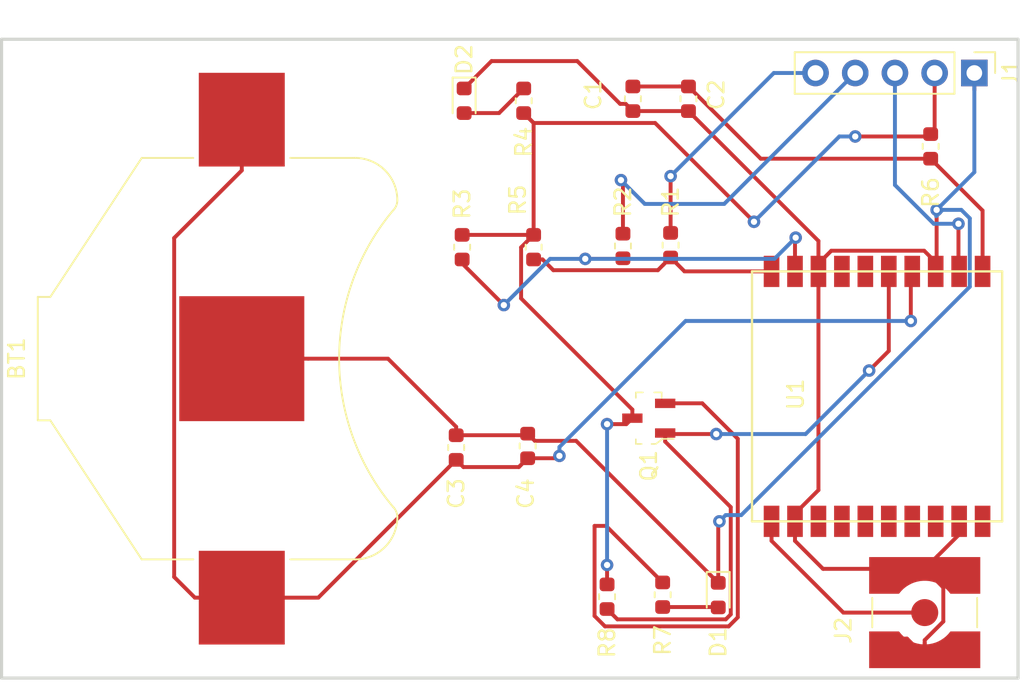
<source format=kicad_pcb>
(kicad_pcb (version 20171130) (host pcbnew "(5.0.0)")

  (general
    (thickness 1.6)
    (drawings 4)
    (tracks 177)
    (zones 0)
    (modules 19)
    (nets 24)
  )

  (page A4)
  (layers
    (0 F.Cu signal)
    (31 B.Cu signal)
    (32 B.Adhes user)
    (33 F.Adhes user)
    (34 B.Paste user)
    (35 F.Paste user)
    (36 B.SilkS user)
    (37 F.SilkS user)
    (38 B.Mask user)
    (39 F.Mask user)
    (40 Dwgs.User user)
    (41 Cmts.User user)
    (42 Eco1.User user)
    (43 Eco2.User user)
    (44 Edge.Cuts user)
    (45 Margin user)
    (46 B.CrtYd user)
    (47 F.CrtYd user)
    (48 B.Fab user)
    (49 F.Fab user)
  )

  (setup
    (last_trace_width 0.25)
    (trace_clearance 0.2)
    (zone_clearance 0.508)
    (zone_45_only no)
    (trace_min 0.2)
    (segment_width 0.2)
    (edge_width 0.2)
    (via_size 0.8)
    (via_drill 0.4)
    (via_min_size 0.4)
    (via_min_drill 0.3)
    (uvia_size 0.3)
    (uvia_drill 0.1)
    (uvias_allowed no)
    (uvia_min_size 0.2)
    (uvia_min_drill 0.1)
    (pcb_text_width 0.3)
    (pcb_text_size 1.5 1.5)
    (mod_edge_width 0.15)
    (mod_text_size 1 1)
    (mod_text_width 0.15)
    (pad_size 1.524 1.524)
    (pad_drill 0.762)
    (pad_to_mask_clearance 0.2)
    (aux_axis_origin 0 0)
    (visible_elements 7FFFFFFF)
    (pcbplotparams
      (layerselection 0x010fc_ffffffff)
      (usegerberextensions false)
      (usegerberattributes false)
      (usegerberadvancedattributes false)
      (creategerberjobfile false)
      (excludeedgelayer true)
      (linewidth 0.100000)
      (plotframeref false)
      (viasonmask false)
      (mode 1)
      (useauxorigin false)
      (hpglpennumber 1)
      (hpglpenspeed 20)
      (hpglpendiameter 15.000000)
      (psnegative false)
      (psa4output false)
      (plotreference true)
      (plotvalue true)
      (plotinvisibletext false)
      (padsonsilk false)
      (subtractmaskfromsilk false)
      (outputformat 1)
      (mirror false)
      (drillshape 1)
      (scaleselection 1)
      (outputdirectory ""))
  )

  (net 0 "")
  (net 1 +3V3)
  (net 2 "Net-(Q1-Pad2)")
  (net 3 "Net-(Q1-Pad1)")
  (net 4 "Net-(U1-Pad20)")
  (net 5 GND)
  (net 6 "Net-(U1-Pad18)")
  (net 7 "Net-(U1-Pad17)")
  (net 8 "Net-(U1-Pad16)")
  (net 9 "Net-(U1-Pad15)")
  (net 10 "Net-(U1-Pad14)")
  (net 11 "Net-(U1-Pad13)")
  (net 12 EX_ANT)
  (net 13 RX)
  (net 14 TX)
  (net 15 "Net-(U1-Pad7)")
  (net 16 "Net-(U1-Pad6)")
  (net 17 "Net-(BT1-Pad1)")
  (net 18 NRESET)
  (net 19 "Net-(C1-Pad1)")
  (net 20 "Net-(D1-Pad2)")
  (net 21 "Net-(J1-Pad5)")
  (net 22 "Net-(J1-Pad4)")
  (net 23 "Net-(D2-Pad2)")

  (net_class Default "This is the default net class."
    (clearance 0.2)
    (trace_width 0.25)
    (via_dia 0.8)
    (via_drill 0.4)
    (uvia_dia 0.3)
    (uvia_drill 0.1)
    (add_net +3V3)
    (add_net EX_ANT)
    (add_net GND)
    (add_net NRESET)
    (add_net "Net-(BT1-Pad1)")
    (add_net "Net-(C1-Pad1)")
    (add_net "Net-(D1-Pad2)")
    (add_net "Net-(D2-Pad2)")
    (add_net "Net-(J1-Pad4)")
    (add_net "Net-(J1-Pad5)")
    (add_net "Net-(Q1-Pad1)")
    (add_net "Net-(Q1-Pad2)")
    (add_net "Net-(U1-Pad13)")
    (add_net "Net-(U1-Pad14)")
    (add_net "Net-(U1-Pad15)")
    (add_net "Net-(U1-Pad16)")
    (add_net "Net-(U1-Pad17)")
    (add_net "Net-(U1-Pad18)")
    (add_net "Net-(U1-Pad20)")
    (add_net "Net-(U1-Pad6)")
    (add_net "Net-(U1-Pad7)")
    (add_net RX)
    (add_net TX)
  )

  (module Battery:BatteryHolder_Keystone_3008_1x2450 (layer F.Cu) (tedit 58972352) (tstamp 5CD3A2BA)
    (at 137.287 101.092 90)
    (descr http://www.keyelco.com/product-pdf.cfm?p=786)
    (tags "Keystone type 3008 coin cell retainer")
    (path /5C49AB75)
    (attr smd)
    (fp_text reference BT1 (at 0 -14.4 90) (layer F.SilkS)
      (effects (font (size 1 1) (thickness 0.15)))
    )
    (fp_text value 3.3V (at 11.557 -10.414 90) (layer F.Fab)
      (effects (font (size 1 1) (thickness 0.15)))
    )
    (fp_text user %R (at 0 0 90) (layer F.Fab)
      (effects (font (size 1 1) (thickness 0.15)))
    )
    (fp_arc (start 0 0) (end 0 12.8) (angle -41.7) (layer F.CrtYd) (width 0.05))
    (fp_arc (start 0 21) (end 9.15 10.05) (angle -3.2) (layer F.CrtYd) (width 0.05))
    (fp_arc (start 0 0) (end 0 12.8) (angle 41.7) (layer F.CrtYd) (width 0.05))
    (fp_arc (start 0 21) (end -9.15 10.05) (angle 3.2) (layer F.CrtYd) (width 0.05))
    (fp_arc (start 10.15 9) (end 10.15 10.45) (angle 45) (layer F.CrtYd) (width 0.05))
    (fp_arc (start -10.15 9) (end -10.15 10.45) (angle -45) (layer F.CrtYd) (width 0.05))
    (fp_arc (start 10.15 7.25) (end 10.15 10.45) (angle -90) (layer F.CrtYd) (width 0.05))
    (fp_arc (start -10.15 7.25) (end -10.15 10.45) (angle 90) (layer F.CrtYd) (width 0.05))
    (fp_arc (start 0 21) (end -9.55 9.73) (angle 80) (layer F.SilkS) (width 0.12))
    (fp_arc (start 10.15 9) (end 10.15 9.95) (angle 45) (layer F.SilkS) (width 0.12))
    (fp_arc (start -10.15 9) (end -10.15 9.95) (angle -45) (layer F.SilkS) (width 0.12))
    (fp_arc (start 10.15 9) (end 10.15 9.8) (angle 45) (layer F.Fab) (width 0.1))
    (fp_arc (start -10.15 9) (end -10.15 9.8) (angle -45) (layer F.Fab) (width 0.1))
    (fp_arc (start 0 21) (end -9.6 9.58) (angle 80) (layer F.Fab) (width 0.1))
    (fp_arc (start -10.15 7.25) (end -10.15 9.95) (angle 90) (layer F.SilkS) (width 0.12))
    (fp_arc (start 10.15 7.25) (end 10.15 9.95) (angle -90) (layer F.SilkS) (width 0.12))
    (fp_line (start 12.85 3.1) (end 12.85 7.3) (layer F.SilkS) (width 0.12))
    (fp_line (start -12.85 3.1) (end -12.85 7.3) (layer F.SilkS) (width 0.12))
    (fp_line (start 13.35 3.25) (end 13.35 7.3) (layer F.CrtYd) (width 0.05))
    (fp_arc (start 10.15 7.25) (end 10.15 9.8) (angle -90) (layer F.Fab) (width 0.1))
    (fp_arc (start -10.15 7.25) (end -10.15 9.8) (angle 90) (layer F.Fab) (width 0.1))
    (fp_circle (center 0 0) (end 12.25 0) (layer Dwgs.User) (width 0.15))
    (fp_line (start 4.45 -13.55) (end 4.45 -12.55) (layer F.CrtYd) (width 0.05))
    (fp_line (start -4.45 -13.55) (end 4.45 -13.55) (layer F.CrtYd) (width 0.05))
    (fp_line (start -4.45 -13.55) (end -4.45 -12.55) (layer F.CrtYd) (width 0.05))
    (fp_line (start 4.45 -12.55) (end 13.35 -6.7) (layer F.CrtYd) (width 0.05))
    (fp_line (start 13.35 -6.7) (end 13.35 -3.25) (layer F.CrtYd) (width 0.05))
    (fp_line (start 18.8 3.25) (end 13.35 3.25) (layer F.CrtYd) (width 0.05))
    (fp_line (start 18.8 -3.25) (end 18.8 3.25) (layer F.CrtYd) (width 0.05))
    (fp_line (start 13.35 -3.25) (end 18.8 -3.25) (layer F.CrtYd) (width 0.05))
    (fp_line (start -4.45 -12.55) (end -13.35 -6.7) (layer F.CrtYd) (width 0.05))
    (fp_line (start -18.8 -3.25) (end -18.8 3.25) (layer F.CrtYd) (width 0.05))
    (fp_line (start -18.8 3.25) (end -13.35 3.25) (layer F.CrtYd) (width 0.05))
    (fp_line (start -13.35 3.25) (end -13.35 7.3) (layer F.CrtYd) (width 0.05))
    (fp_line (start -13.35 -3.25) (end -18.8 -3.25) (layer F.CrtYd) (width 0.05))
    (fp_line (start -13.35 -6.7) (end -13.35 -3.25) (layer F.CrtYd) (width 0.05))
    (fp_line (start 12.85 -6.4) (end 12.85 -3.1) (layer F.SilkS) (width 0.12))
    (fp_line (start 3.95 -12.25) (end 12.85 -6.4) (layer F.SilkS) (width 0.12))
    (fp_line (start 3.95 -13.05) (end 3.95 -12.25) (layer F.SilkS) (width 0.12))
    (fp_line (start -3.95 -13.05) (end 3.95 -13.05) (layer F.SilkS) (width 0.12))
    (fp_line (start -3.95 -13.05) (end -3.95 -12.25) (layer F.SilkS) (width 0.12))
    (fp_line (start -3.95 -12.25) (end -12.85 -6.4) (layer F.SilkS) (width 0.12))
    (fp_line (start -12.85 -6.4) (end -12.85 -3.1) (layer F.SilkS) (width 0.12))
    (fp_line (start 3.8 -12.2) (end 12.7 -6.35) (layer F.Fab) (width 0.1))
    (fp_line (start 12.7 -6.35) (end 12.7 7.3) (layer F.Fab) (width 0.1))
    (fp_line (start -3.8 -12.2) (end -12.7 -6.35) (layer F.Fab) (width 0.1))
    (fp_line (start -12.7 -6.35) (end -12.7 7.3) (layer F.Fab) (width 0.1))
    (fp_line (start -3.8 -12.9) (end -3.8 -12.2) (layer F.Fab) (width 0.1))
    (fp_line (start 3.8 -12.9) (end 3.8 -12.2) (layer F.Fab) (width 0.1))
    (fp_line (start -3.8 -12.9) (end 3.8 -12.9) (layer F.Fab) (width 0.1))
    (pad 1 smd rect (at -15.3 0 90) (size 6 5.5) (layers F.Cu F.Paste F.Mask)
      (net 17 "Net-(BT1-Pad1)"))
    (pad 1 smd rect (at 15.3 0 90) (size 6 5.5) (layers F.Cu F.Paste F.Mask)
      (net 17 "Net-(BT1-Pad1)"))
    (pad 2 smd rect (at 0 0 90) (size 8 8) (layers F.Cu F.Mask)
      (net 5 GND))
    (model ${KISYS3DMOD}/Battery.3dshapes/BatteryHolder_Keystone_3008_1x2450.wrl
      (at (xyz 0 0 0))
      (scale (xyz 1 1 1))
      (rotate (xyz 0 0 0))
    )
  )

  (module Capacitor_SMD:C_0603_1608Metric (layer F.Cu) (tedit 5B301BBE) (tstamp 5CD3A228)
    (at 165.862 84.455 270)
    (descr "Capacitor SMD 0603 (1608 Metric), square (rectangular) end terminal, IPC_7351 nominal, (Body size source: http://www.tortai-tech.com/upload/download/2011102023233369053.pdf), generated with kicad-footprint-generator")
    (tags capacitor)
    (path /5BF70D2D)
    (attr smd)
    (fp_text reference C2 (at -0.254 -1.778 270) (layer F.SilkS)
      (effects (font (size 1 1) (thickness 0.15)))
    )
    (fp_text value 0.01u (at -3.7845 0 270) (layer F.Fab)
      (effects (font (size 1 1) (thickness 0.15)))
    )
    (fp_text user %R (at 0 0 270) (layer F.Fab)
      (effects (font (size 0.4 0.4) (thickness 0.06)))
    )
    (fp_line (start 1.48 0.73) (end -1.48 0.73) (layer F.CrtYd) (width 0.05))
    (fp_line (start 1.48 -0.73) (end 1.48 0.73) (layer F.CrtYd) (width 0.05))
    (fp_line (start -1.48 -0.73) (end 1.48 -0.73) (layer F.CrtYd) (width 0.05))
    (fp_line (start -1.48 0.73) (end -1.48 -0.73) (layer F.CrtYd) (width 0.05))
    (fp_line (start -0.162779 0.51) (end 0.162779 0.51) (layer F.SilkS) (width 0.12))
    (fp_line (start -0.162779 -0.51) (end 0.162779 -0.51) (layer F.SilkS) (width 0.12))
    (fp_line (start 0.8 0.4) (end -0.8 0.4) (layer F.Fab) (width 0.1))
    (fp_line (start 0.8 -0.4) (end 0.8 0.4) (layer F.Fab) (width 0.1))
    (fp_line (start -0.8 -0.4) (end 0.8 -0.4) (layer F.Fab) (width 0.1))
    (fp_line (start -0.8 0.4) (end -0.8 -0.4) (layer F.Fab) (width 0.1))
    (pad 2 smd roundrect (at 0.7875 0 270) (size 0.875 0.95) (layers F.Cu F.Paste F.Mask) (roundrect_rratio 0.25)
      (net 5 GND))
    (pad 1 smd roundrect (at -0.7875 0 270) (size 0.875 0.95) (layers F.Cu F.Paste F.Mask) (roundrect_rratio 0.25)
      (net 19 "Net-(C1-Pad1)"))
    (model ${KISYS3DMOD}/Capacitor_SMD.3dshapes/C_0603_1608Metric.wrl
      (at (xyz 0 0 0))
      (scale (xyz 1 1 1))
      (rotate (xyz 0 0 0))
    )
  )

  (module Capacitor_SMD:C_0603_1608Metric (layer F.Cu) (tedit 5B301BBE) (tstamp 5CD3BC34)
    (at 155.575 106.68 90)
    (descr "Capacitor SMD 0603 (1608 Metric), square (rectangular) end terminal, IPC_7351 nominal, (Body size source: http://www.tortai-tech.com/upload/download/2011102023233369053.pdf), generated with kicad-footprint-generator")
    (tags capacitor)
    (path /5C4999D4)
    (attr smd)
    (fp_text reference C4 (at -3.048 -0.127 90) (layer F.SilkS)
      (effects (font (size 1 1) (thickness 0.15)))
    )
    (fp_text value 0.1u (at 3.683 0 90) (layer F.Fab)
      (effects (font (size 1 1) (thickness 0.15)))
    )
    (fp_line (start -0.8 0.4) (end -0.8 -0.4) (layer F.Fab) (width 0.1))
    (fp_line (start -0.8 -0.4) (end 0.8 -0.4) (layer F.Fab) (width 0.1))
    (fp_line (start 0.8 -0.4) (end 0.8 0.4) (layer F.Fab) (width 0.1))
    (fp_line (start 0.8 0.4) (end -0.8 0.4) (layer F.Fab) (width 0.1))
    (fp_line (start -0.162779 -0.51) (end 0.162779 -0.51) (layer F.SilkS) (width 0.12))
    (fp_line (start -0.162779 0.51) (end 0.162779 0.51) (layer F.SilkS) (width 0.12))
    (fp_line (start -1.48 0.73) (end -1.48 -0.73) (layer F.CrtYd) (width 0.05))
    (fp_line (start -1.48 -0.73) (end 1.48 -0.73) (layer F.CrtYd) (width 0.05))
    (fp_line (start 1.48 -0.73) (end 1.48 0.73) (layer F.CrtYd) (width 0.05))
    (fp_line (start 1.48 0.73) (end -1.48 0.73) (layer F.CrtYd) (width 0.05))
    (fp_text user %R (at 0 0 90) (layer F.Fab)
      (effects (font (size 0.4 0.4) (thickness 0.06)))
    )
    (pad 1 smd roundrect (at -0.7875 0 90) (size 0.875 0.95) (layers F.Cu F.Paste F.Mask) (roundrect_rratio 0.25)
      (net 17 "Net-(BT1-Pad1)"))
    (pad 2 smd roundrect (at 0.7875 0 90) (size 0.875 0.95) (layers F.Cu F.Paste F.Mask) (roundrect_rratio 0.25)
      (net 5 GND))
    (model ${KISYS3DMOD}/Capacitor_SMD.3dshapes/C_0603_1608Metric.wrl
      (at (xyz 0 0 0))
      (scale (xyz 1 1 1))
      (rotate (xyz 0 0 0))
    )
  )

  (module Capacitor_SMD:C_0603_1608Metric (layer F.Cu) (tedit 5B301BBE) (tstamp 5CD3B497)
    (at 162.306 84.455 270)
    (descr "Capacitor SMD 0603 (1608 Metric), square (rectangular) end terminal, IPC_7351 nominal, (Body size source: http://www.tortai-tech.com/upload/download/2011102023233369053.pdf), generated with kicad-footprint-generator")
    (tags capacitor)
    (path /5BF70D7B)
    (attr smd)
    (fp_text reference C1 (at -0.254 2.54 270) (layer F.SilkS)
      (effects (font (size 1 1) (thickness 0.15)))
    )
    (fp_text value 1u (at -2.7685 0.127 270) (layer F.Fab)
      (effects (font (size 1 1) (thickness 0.15)))
    )
    (fp_text user %R (at 0 0 270) (layer F.Fab)
      (effects (font (size 0.4 0.4) (thickness 0.06)))
    )
    (fp_line (start 1.48 0.73) (end -1.48 0.73) (layer F.CrtYd) (width 0.05))
    (fp_line (start 1.48 -0.73) (end 1.48 0.73) (layer F.CrtYd) (width 0.05))
    (fp_line (start -1.48 -0.73) (end 1.48 -0.73) (layer F.CrtYd) (width 0.05))
    (fp_line (start -1.48 0.73) (end -1.48 -0.73) (layer F.CrtYd) (width 0.05))
    (fp_line (start -0.162779 0.51) (end 0.162779 0.51) (layer F.SilkS) (width 0.12))
    (fp_line (start -0.162779 -0.51) (end 0.162779 -0.51) (layer F.SilkS) (width 0.12))
    (fp_line (start 0.8 0.4) (end -0.8 0.4) (layer F.Fab) (width 0.1))
    (fp_line (start 0.8 -0.4) (end 0.8 0.4) (layer F.Fab) (width 0.1))
    (fp_line (start -0.8 -0.4) (end 0.8 -0.4) (layer F.Fab) (width 0.1))
    (fp_line (start -0.8 0.4) (end -0.8 -0.4) (layer F.Fab) (width 0.1))
    (pad 2 smd roundrect (at 0.7875 0 270) (size 0.875 0.95) (layers F.Cu F.Paste F.Mask) (roundrect_rratio 0.25)
      (net 5 GND))
    (pad 1 smd roundrect (at -0.7875 0 270) (size 0.875 0.95) (layers F.Cu F.Paste F.Mask) (roundrect_rratio 0.25)
      (net 19 "Net-(C1-Pad1)"))
    (model ${KISYS3DMOD}/Capacitor_SMD.3dshapes/C_0603_1608Metric.wrl
      (at (xyz 0 0 0))
      (scale (xyz 1 1 1))
      (rotate (xyz 0 0 0))
    )
  )

  (module Capacitor_SMD:C_0603_1608Metric (layer F.Cu) (tedit 5B301BBE) (tstamp 5CD3A33C)
    (at 151.003 106.7815 90)
    (descr "Capacitor SMD 0603 (1608 Metric), square (rectangular) end terminal, IPC_7351 nominal, (Body size source: http://www.tortai-tech.com/upload/download/2011102023233369053.pdf), generated with kicad-footprint-generator")
    (tags capacitor)
    (path /5BF7059E)
    (attr smd)
    (fp_text reference C3 (at -2.9465 0 90) (layer F.SilkS)
      (effects (font (size 1 1) (thickness 0.15)))
    )
    (fp_text value 1u (at 3.1495 -0.127 90) (layer F.Fab)
      (effects (font (size 1 1) (thickness 0.15)))
    )
    (fp_line (start -0.8 0.4) (end -0.8 -0.4) (layer F.Fab) (width 0.1))
    (fp_line (start -0.8 -0.4) (end 0.8 -0.4) (layer F.Fab) (width 0.1))
    (fp_line (start 0.8 -0.4) (end 0.8 0.4) (layer F.Fab) (width 0.1))
    (fp_line (start 0.8 0.4) (end -0.8 0.4) (layer F.Fab) (width 0.1))
    (fp_line (start -0.162779 -0.51) (end 0.162779 -0.51) (layer F.SilkS) (width 0.12))
    (fp_line (start -0.162779 0.51) (end 0.162779 0.51) (layer F.SilkS) (width 0.12))
    (fp_line (start -1.48 0.73) (end -1.48 -0.73) (layer F.CrtYd) (width 0.05))
    (fp_line (start -1.48 -0.73) (end 1.48 -0.73) (layer F.CrtYd) (width 0.05))
    (fp_line (start 1.48 -0.73) (end 1.48 0.73) (layer F.CrtYd) (width 0.05))
    (fp_line (start 1.48 0.73) (end -1.48 0.73) (layer F.CrtYd) (width 0.05))
    (fp_text user %R (at 0 0 90) (layer F.Fab)
      (effects (font (size 0.4 0.4) (thickness 0.06)))
    )
    (pad 1 smd roundrect (at -0.7875 0 90) (size 0.875 0.95) (layers F.Cu F.Paste F.Mask) (roundrect_rratio 0.25)
      (net 17 "Net-(BT1-Pad1)"))
    (pad 2 smd roundrect (at 0.7875 0 90) (size 0.875 0.95) (layers F.Cu F.Paste F.Mask) (roundrect_rratio 0.25)
      (net 5 GND))
    (model ${KISYS3DMOD}/Capacitor_SMD.3dshapes/C_0603_1608Metric.wrl
      (at (xyz 0 0 0))
      (scale (xyz 1 1 1))
      (rotate (xyz 0 0 0))
    )
  )

  (module Connector_Coaxial:SMA_Amphenol_132134-10_Vertical (layer F.Cu) (tedit 5B2F4C50) (tstamp 5CD3A25B)
    (at 180.975 117.348)
    (descr https://www.amphenolrf.com/downloads/dl/file/id/4007/product/2974/132134_10_customer_drawing.pdf)
    (tags "SMA SMD Female Jack Vertical")
    (path /5C4EA853)
    (attr smd)
    (fp_text reference J2 (at -5.207 1.143 90) (layer F.SilkS)
      (effects (font (size 1 1) (thickness 0.15)))
    )
    (fp_text value Conn_Coaxial (at 0 4.75) (layer F.Fab)
      (effects (font (size 1 1) (thickness 0.15)))
    )
    (fp_text user %R (at 0 0) (layer F.Fab)
      (effects (font (size 1 1) (thickness 0.15)))
    )
    (fp_line (start 4.06 4.06) (end -4.06 4.06) (layer F.CrtYd) (width 0.05))
    (fp_line (start 4.06 4.06) (end 4.06 -4.06) (layer F.CrtYd) (width 0.05))
    (fp_line (start -4.06 -4.06) (end -4.06 4.06) (layer F.CrtYd) (width 0.05))
    (fp_line (start -4.06 -4.06) (end 4.06 -4.06) (layer F.CrtYd) (width 0.05))
    (fp_line (start -3.175 -3.175) (end 3.175 -3.175) (layer F.Fab) (width 0.1))
    (fp_line (start -3.175 -3.175) (end -3.175 3.175) (layer F.Fab) (width 0.1))
    (fp_line (start -3.175 3.175) (end 3.175 3.175) (layer F.Fab) (width 0.1))
    (fp_line (start 3.175 -3.175) (end 3.175 3.175) (layer F.Fab) (width 0.1))
    (fp_line (start -3.355 -0.94) (end -3.355 0.94) (layer F.SilkS) (width 0.12))
    (fp_line (start 3.355 -0.94) (end 3.355 0.94) (layer F.SilkS) (width 0.12))
    (fp_circle (center 0 0) (end 2.04 0) (layer Dwgs.User) (width 0.1))
    (fp_circle (center 0 0) (end 3.175 0) (layer F.Fab) (width 0.1))
    (pad 1 smd circle (at 0 0 90) (size 1.73 1.73) (layers F.Cu F.Paste F.Mask)
      (net 12 EX_ANT))
    (pad 2 smd custom (at 0 2.8) (size 7.11 1.51) (layers F.Cu F.Paste F.Mask)
      (net 5 GND) (zone_connect 2)
      (options (clearance outline) (anchor rect))
      (primitives
        (gr_poly (pts
           (xy -1.645 -1.595) (xy -1.5 -1.42) (xy -1.36 -1.28) (xy -1.205 -1.155) (xy -1.035 -1.045)
           (xy -0.86 -0.95) (xy -0.675 -0.875) (xy -0.48 -0.82) (xy -0.28 -0.78) (xy -0.085 -0.765)
           (xy 0 -0.765) (xy 0 0.755) (xy -3.555 0.755) (xy -3.555 -1.595)) (width 0))
        (gr_poly (pts
           (xy 1.645 -1.595) (xy 1.5 -1.42) (xy 1.36 -1.28) (xy 1.205 -1.155) (xy 1.035 -1.045)
           (xy 0.86 -0.95) (xy 0.675 -0.875) (xy 0.48 -0.82) (xy 0.28 -0.78) (xy 0.085 -0.765)
           (xy 0 -0.765) (xy 0 0.755) (xy 3.555 0.755) (xy 3.555 -1.595)) (width 0))
      ))
    (pad 2 smd custom (at 0 -2.8 180) (size 7.11 1.51) (layers F.Cu F.Paste F.Mask)
      (net 5 GND) (zone_connect 2)
      (options (clearance outline) (anchor rect))
      (primitives
        (gr_poly (pts
           (xy -1.645 -1.595) (xy -1.5 -1.42) (xy -1.36 -1.28) (xy -1.205 -1.155) (xy -1.035 -1.045)
           (xy -0.86 -0.95) (xy -0.675 -0.875) (xy -0.48 -0.82) (xy -0.28 -0.78) (xy -0.085 -0.765)
           (xy 0 -0.765) (xy 0 0.755) (xy -3.555 0.755) (xy -3.555 -1.595)) (width 0))
        (gr_poly (pts
           (xy 1.645 -1.595) (xy 1.5 -1.42) (xy 1.36 -1.28) (xy 1.205 -1.155) (xy 1.035 -1.045)
           (xy 0.86 -0.95) (xy 0.675 -0.875) (xy 0.48 -0.82) (xy 0.28 -0.78) (xy 0.085 -0.765)
           (xy 0 -0.765) (xy 0 0.755) (xy 3.555 0.755) (xy 3.555 -1.595)) (width 0))
      ))
    (model ${KISYS3DMOD}/Connector_Coaxial.3dshapes/SMA_Amphenol_132134-10_Vertical.wrl
      (at (xyz 0 0 0))
      (scale (xyz 1 1 1))
      (rotate (xyz 0 0 0))
    )
  )

  (module Connector_PinHeader_2.54mm:PinHeader_1x05_P2.54mm_Vertical (layer F.Cu) (tedit 59FED5CC) (tstamp 5CD3A1B8)
    (at 184.15 82.804 270)
    (descr "Through hole straight pin header, 1x05, 2.54mm pitch, single row")
    (tags "Through hole pin header THT 1x05 2.54mm single row")
    (path /5C4E7715)
    (fp_text reference J1 (at 0 -2.33 270) (layer F.SilkS)
      (effects (font (size 1 1) (thickness 0.15)))
    )
    (fp_text value Conn_01x05 (at 0 12.49 270) (layer F.Fab)
      (effects (font (size 1 1) (thickness 0.15)))
    )
    (fp_line (start -0.635 -1.27) (end 1.27 -1.27) (layer F.Fab) (width 0.1))
    (fp_line (start 1.27 -1.27) (end 1.27 11.43) (layer F.Fab) (width 0.1))
    (fp_line (start 1.27 11.43) (end -1.27 11.43) (layer F.Fab) (width 0.1))
    (fp_line (start -1.27 11.43) (end -1.27 -0.635) (layer F.Fab) (width 0.1))
    (fp_line (start -1.27 -0.635) (end -0.635 -1.27) (layer F.Fab) (width 0.1))
    (fp_line (start -1.33 11.49) (end 1.33 11.49) (layer F.SilkS) (width 0.12))
    (fp_line (start -1.33 1.27) (end -1.33 11.49) (layer F.SilkS) (width 0.12))
    (fp_line (start 1.33 1.27) (end 1.33 11.49) (layer F.SilkS) (width 0.12))
    (fp_line (start -1.33 1.27) (end 1.33 1.27) (layer F.SilkS) (width 0.12))
    (fp_line (start -1.33 0) (end -1.33 -1.33) (layer F.SilkS) (width 0.12))
    (fp_line (start -1.33 -1.33) (end 0 -1.33) (layer F.SilkS) (width 0.12))
    (fp_line (start -1.8 -1.8) (end -1.8 11.95) (layer F.CrtYd) (width 0.05))
    (fp_line (start -1.8 11.95) (end 1.8 11.95) (layer F.CrtYd) (width 0.05))
    (fp_line (start 1.8 11.95) (end 1.8 -1.8) (layer F.CrtYd) (width 0.05))
    (fp_line (start 1.8 -1.8) (end -1.8 -1.8) (layer F.CrtYd) (width 0.05))
    (fp_text user %R (at 0 5.08) (layer F.Fab)
      (effects (font (size 1 1) (thickness 0.15)))
    )
    (pad 1 thru_hole rect (at 0 0 270) (size 1.7 1.7) (drill 1) (layers *.Cu *.Mask)
      (net 5 GND))
    (pad 2 thru_hole oval (at 0 2.54 270) (size 1.7 1.7) (drill 1) (layers *.Cu *.Mask)
      (net 1 +3V3))
    (pad 3 thru_hole oval (at 0 5.08 270) (size 1.7 1.7) (drill 1) (layers *.Cu *.Mask)
      (net 18 NRESET))
    (pad 4 thru_hole oval (at 0 7.62 270) (size 1.7 1.7) (drill 1) (layers *.Cu *.Mask)
      (net 22 "Net-(J1-Pad4)"))
    (pad 5 thru_hole oval (at 0 10.16 270) (size 1.7 1.7) (drill 1) (layers *.Cu *.Mask)
      (net 21 "Net-(J1-Pad5)"))
    (model ${KISYS3DMOD}/Connector_PinHeader_2.54mm.3dshapes/PinHeader_1x05_P2.54mm_Vertical.wrl
      (at (xyz 0 0 0))
      (scale (xyz 1 1 1))
      (rotate (xyz 0 0 0))
    )
  )

  (module Diode_SMD:D_0603_1608Metric (layer F.Cu) (tedit 5B301BBE) (tstamp 5CD3A39E)
    (at 151.511 84.582 270)
    (descr "Diode SMD 0603 (1608 Metric), square (rectangular) end terminal, IPC_7351 nominal, (Body size source: http://www.tortai-tech.com/upload/download/2011102023233369053.pdf), generated with kicad-footprint-generator")
    (tags diode)
    (path /5C48F671)
    (attr smd)
    (fp_text reference D2 (at -2.6415 0 270) (layer F.SilkS)
      (effects (font (size 1 1) (thickness 0.15)))
    )
    (fp_text value LED (at 3.0735 0 270) (layer F.Fab)
      (effects (font (size 1 1) (thickness 0.15)))
    )
    (fp_text user %R (at 0 0 270) (layer F.Fab)
      (effects (font (size 0.4 0.4) (thickness 0.06)))
    )
    (fp_line (start 1.48 0.73) (end -1.48 0.73) (layer F.CrtYd) (width 0.05))
    (fp_line (start 1.48 -0.73) (end 1.48 0.73) (layer F.CrtYd) (width 0.05))
    (fp_line (start -1.48 -0.73) (end 1.48 -0.73) (layer F.CrtYd) (width 0.05))
    (fp_line (start -1.48 0.73) (end -1.48 -0.73) (layer F.CrtYd) (width 0.05))
    (fp_line (start -1.485 0.735) (end 0.8 0.735) (layer F.SilkS) (width 0.12))
    (fp_line (start -1.485 -0.735) (end -1.485 0.735) (layer F.SilkS) (width 0.12))
    (fp_line (start 0.8 -0.735) (end -1.485 -0.735) (layer F.SilkS) (width 0.12))
    (fp_line (start 0.8 0.4) (end 0.8 -0.4) (layer F.Fab) (width 0.1))
    (fp_line (start -0.8 0.4) (end 0.8 0.4) (layer F.Fab) (width 0.1))
    (fp_line (start -0.8 -0.1) (end -0.8 0.4) (layer F.Fab) (width 0.1))
    (fp_line (start -0.5 -0.4) (end -0.8 -0.1) (layer F.Fab) (width 0.1))
    (fp_line (start 0.8 -0.4) (end -0.5 -0.4) (layer F.Fab) (width 0.1))
    (pad 2 smd roundrect (at 0.7875 0 270) (size 0.875 0.95) (layers F.Cu F.Paste F.Mask) (roundrect_rratio 0.25)
      (net 23 "Net-(D2-Pad2)"))
    (pad 1 smd roundrect (at -0.7875 0 270) (size 0.875 0.95) (layers F.Cu F.Paste F.Mask) (roundrect_rratio 0.25)
      (net 5 GND))
    (model ${KISYS3DMOD}/Diode_SMD.3dshapes/D_0603_1608Metric.wrl
      (at (xyz 0 0 0))
      (scale (xyz 1 1 1))
      (rotate (xyz 0 0 0))
    )
  )

  (module Diode_SMD:D_0603_1608Metric (layer F.Cu) (tedit 5B301BBE) (tstamp 5CD41C4B)
    (at 167.767 116.2305 270)
    (descr "Diode SMD 0603 (1608 Metric), square (rectangular) end terminal, IPC_7351 nominal, (Body size source: http://www.tortai-tech.com/upload/download/2011102023233369053.pdf), generated with kicad-footprint-generator")
    (tags diode)
    (path /5BF71465)
    (attr smd)
    (fp_text reference D1 (at 3.0225 0 270) (layer F.SilkS)
      (effects (font (size 1 1) (thickness 0.15)))
    )
    (fp_text value LED (at -3.2005 -0.127 270) (layer F.Fab)
      (effects (font (size 1 1) (thickness 0.15)))
    )
    (fp_line (start 0.8 -0.4) (end -0.5 -0.4) (layer F.Fab) (width 0.1))
    (fp_line (start -0.5 -0.4) (end -0.8 -0.1) (layer F.Fab) (width 0.1))
    (fp_line (start -0.8 -0.1) (end -0.8 0.4) (layer F.Fab) (width 0.1))
    (fp_line (start -0.8 0.4) (end 0.8 0.4) (layer F.Fab) (width 0.1))
    (fp_line (start 0.8 0.4) (end 0.8 -0.4) (layer F.Fab) (width 0.1))
    (fp_line (start 0.8 -0.735) (end -1.485 -0.735) (layer F.SilkS) (width 0.12))
    (fp_line (start -1.485 -0.735) (end -1.485 0.735) (layer F.SilkS) (width 0.12))
    (fp_line (start -1.485 0.735) (end 0.8 0.735) (layer F.SilkS) (width 0.12))
    (fp_line (start -1.48 0.73) (end -1.48 -0.73) (layer F.CrtYd) (width 0.05))
    (fp_line (start -1.48 -0.73) (end 1.48 -0.73) (layer F.CrtYd) (width 0.05))
    (fp_line (start 1.48 -0.73) (end 1.48 0.73) (layer F.CrtYd) (width 0.05))
    (fp_line (start 1.48 0.73) (end -1.48 0.73) (layer F.CrtYd) (width 0.05))
    (fp_text user %R (at 0 0 270) (layer F.Fab)
      (effects (font (size 0.4 0.4) (thickness 0.06)))
    )
    (pad 1 smd roundrect (at -0.7875 0 270) (size 0.875 0.95) (layers F.Cu F.Paste F.Mask) (roundrect_rratio 0.25)
      (net 5 GND))
    (pad 2 smd roundrect (at 0.7875 0 270) (size 0.875 0.95) (layers F.Cu F.Paste F.Mask) (roundrect_rratio 0.25)
      (net 20 "Net-(D1-Pad2)"))
    (model ${KISYS3DMOD}/Diode_SMD.3dshapes/D_0603_1608Metric.wrl
      (at (xyz 0 0 0))
      (scale (xyz 1 1 1))
      (rotate (xyz 0 0 0))
    )
  )

  (module Resistor_SMD:R_0603_1608Metric (layer F.Cu) (tedit 5B301BBD) (tstamp 5CD424E9)
    (at 155.956 93.9545 270)
    (descr "Resistor SMD 0603 (1608 Metric), square (rectangular) end terminal, IPC_7351 nominal, (Body size source: http://www.tortai-tech.com/upload/download/2011102023233369053.pdf), generated with kicad-footprint-generator")
    (tags resistor)
    (path /5C4C281C)
    (attr smd)
    (fp_text reference R5 (at -3.0225 1.016 270) (layer F.SilkS)
      (effects (font (size 1 1) (thickness 0.15)))
    )
    (fp_text value 100k (at 3.5815 0 270) (layer F.Fab)
      (effects (font (size 1 1) (thickness 0.15)))
    )
    (fp_text user %R (at 0 0 270) (layer F.Fab)
      (effects (font (size 0.4 0.4) (thickness 0.06)))
    )
    (fp_line (start 1.48 0.73) (end -1.48 0.73) (layer F.CrtYd) (width 0.05))
    (fp_line (start 1.48 -0.73) (end 1.48 0.73) (layer F.CrtYd) (width 0.05))
    (fp_line (start -1.48 -0.73) (end 1.48 -0.73) (layer F.CrtYd) (width 0.05))
    (fp_line (start -1.48 0.73) (end -1.48 -0.73) (layer F.CrtYd) (width 0.05))
    (fp_line (start -0.162779 0.51) (end 0.162779 0.51) (layer F.SilkS) (width 0.12))
    (fp_line (start -0.162779 -0.51) (end 0.162779 -0.51) (layer F.SilkS) (width 0.12))
    (fp_line (start 0.8 0.4) (end -0.8 0.4) (layer F.Fab) (width 0.1))
    (fp_line (start 0.8 -0.4) (end 0.8 0.4) (layer F.Fab) (width 0.1))
    (fp_line (start -0.8 -0.4) (end 0.8 -0.4) (layer F.Fab) (width 0.1))
    (fp_line (start -0.8 0.4) (end -0.8 -0.4) (layer F.Fab) (width 0.1))
    (pad 2 smd roundrect (at 0.7875 0 270) (size 0.875 0.95) (layers F.Cu F.Paste F.Mask) (roundrect_rratio 0.25)
      (net 13 RX))
    (pad 1 smd roundrect (at -0.7875 0 270) (size 0.875 0.95) (layers F.Cu F.Paste F.Mask) (roundrect_rratio 0.25)
      (net 1 +3V3))
    (model ${KISYS3DMOD}/Resistor_SMD.3dshapes/R_0603_1608Metric.wrl
      (at (xyz 0 0 0))
      (scale (xyz 1 1 1))
      (rotate (xyz 0 0 0))
    )
  )

  (module Resistor_SMD:R_0603_1608Metric (layer F.Cu) (tedit 5B301BBD) (tstamp 5CD3C299)
    (at 155.321 84.582 90)
    (descr "Resistor SMD 0603 (1608 Metric), square (rectangular) end terminal, IPC_7351 nominal, (Body size source: http://www.tortai-tech.com/upload/download/2011102023233369053.pdf), generated with kicad-footprint-generator")
    (tags resistor)
    (path /5C495197)
    (attr smd)
    (fp_text reference R4 (at -2.6415 0 90) (layer F.SilkS)
      (effects (font (size 1 1) (thickness 0.15)))
    )
    (fp_text value 330 (at 3.2005 0 90) (layer F.Fab)
      (effects (font (size 1 1) (thickness 0.15)))
    )
    (fp_line (start -0.8 0.4) (end -0.8 -0.4) (layer F.Fab) (width 0.1))
    (fp_line (start -0.8 -0.4) (end 0.8 -0.4) (layer F.Fab) (width 0.1))
    (fp_line (start 0.8 -0.4) (end 0.8 0.4) (layer F.Fab) (width 0.1))
    (fp_line (start 0.8 0.4) (end -0.8 0.4) (layer F.Fab) (width 0.1))
    (fp_line (start -0.162779 -0.51) (end 0.162779 -0.51) (layer F.SilkS) (width 0.12))
    (fp_line (start -0.162779 0.51) (end 0.162779 0.51) (layer F.SilkS) (width 0.12))
    (fp_line (start -1.48 0.73) (end -1.48 -0.73) (layer F.CrtYd) (width 0.05))
    (fp_line (start -1.48 -0.73) (end 1.48 -0.73) (layer F.CrtYd) (width 0.05))
    (fp_line (start 1.48 -0.73) (end 1.48 0.73) (layer F.CrtYd) (width 0.05))
    (fp_line (start 1.48 0.73) (end -1.48 0.73) (layer F.CrtYd) (width 0.05))
    (fp_text user %R (at 0 0 90) (layer F.Fab)
      (effects (font (size 0.4 0.4) (thickness 0.06)))
    )
    (pad 1 smd roundrect (at -0.7875 0 90) (size 0.875 0.95) (layers F.Cu F.Paste F.Mask) (roundrect_rratio 0.25)
      (net 1 +3V3))
    (pad 2 smd roundrect (at 0.7875 0 90) (size 0.875 0.95) (layers F.Cu F.Paste F.Mask) (roundrect_rratio 0.25)
      (net 23 "Net-(D2-Pad2)"))
    (model ${KISYS3DMOD}/Resistor_SMD.3dshapes/R_0603_1608Metric.wrl
      (at (xyz 0 0 0))
      (scale (xyz 1 1 1))
      (rotate (xyz 0 0 0))
    )
  )

  (module Resistor_SMD:R_0603_1608Metric (layer F.Cu) (tedit 5B301BBD) (tstamp 5CD3A4B9)
    (at 151.384 93.9545 270)
    (descr "Resistor SMD 0603 (1608 Metric), square (rectangular) end terminal, IPC_7351 nominal, (Body size source: http://www.tortai-tech.com/upload/download/2011102023233369053.pdf), generated with kicad-footprint-generator")
    (tags resistor)
    (path /5C4C291E)
    (attr smd)
    (fp_text reference R3 (at -2.7685 0 270) (layer F.SilkS)
      (effects (font (size 1 1) (thickness 0.15)))
    )
    (fp_text value 100k (at 3.4545 0.127 270) (layer F.Fab)
      (effects (font (size 1 1) (thickness 0.15)))
    )
    (fp_text user %R (at 0 0 270) (layer F.Fab)
      (effects (font (size 0.4 0.4) (thickness 0.06)))
    )
    (fp_line (start 1.48 0.73) (end -1.48 0.73) (layer F.CrtYd) (width 0.05))
    (fp_line (start 1.48 -0.73) (end 1.48 0.73) (layer F.CrtYd) (width 0.05))
    (fp_line (start -1.48 -0.73) (end 1.48 -0.73) (layer F.CrtYd) (width 0.05))
    (fp_line (start -1.48 0.73) (end -1.48 -0.73) (layer F.CrtYd) (width 0.05))
    (fp_line (start -0.162779 0.51) (end 0.162779 0.51) (layer F.SilkS) (width 0.12))
    (fp_line (start -0.162779 -0.51) (end 0.162779 -0.51) (layer F.SilkS) (width 0.12))
    (fp_line (start 0.8 0.4) (end -0.8 0.4) (layer F.Fab) (width 0.1))
    (fp_line (start 0.8 -0.4) (end 0.8 0.4) (layer F.Fab) (width 0.1))
    (fp_line (start -0.8 -0.4) (end 0.8 -0.4) (layer F.Fab) (width 0.1))
    (fp_line (start -0.8 0.4) (end -0.8 -0.4) (layer F.Fab) (width 0.1))
    (pad 2 smd roundrect (at 0.7875 0 270) (size 0.875 0.95) (layers F.Cu F.Paste F.Mask) (roundrect_rratio 0.25)
      (net 14 TX))
    (pad 1 smd roundrect (at -0.7875 0 270) (size 0.875 0.95) (layers F.Cu F.Paste F.Mask) (roundrect_rratio 0.25)
      (net 1 +3V3))
    (model ${KISYS3DMOD}/Resistor_SMD.3dshapes/R_0603_1608Metric.wrl
      (at (xyz 0 0 0))
      (scale (xyz 1 1 1))
      (rotate (xyz 0 0 0))
    )
  )

  (module Resistor_SMD:R_0603_1608Metric (layer F.Cu) (tedit 5B301BBD) (tstamp 5CD4265D)
    (at 161.671 93.8785 90)
    (descr "Resistor SMD 0603 (1608 Metric), square (rectangular) end terminal, IPC_7351 nominal, (Body size source: http://www.tortai-tech.com/upload/download/2011102023233369053.pdf), generated with kicad-footprint-generator")
    (tags resistor)
    (path /5C4C29BE)
    (attr smd)
    (fp_text reference R2 (at 2.8195 0 90) (layer F.SilkS)
      (effects (font (size 1 1) (thickness 0.15)))
    )
    (fp_text value 0 (at -2.3875 0 90) (layer F.Fab)
      (effects (font (size 1 1) (thickness 0.15)))
    )
    (fp_line (start -0.8 0.4) (end -0.8 -0.4) (layer F.Fab) (width 0.1))
    (fp_line (start -0.8 -0.4) (end 0.8 -0.4) (layer F.Fab) (width 0.1))
    (fp_line (start 0.8 -0.4) (end 0.8 0.4) (layer F.Fab) (width 0.1))
    (fp_line (start 0.8 0.4) (end -0.8 0.4) (layer F.Fab) (width 0.1))
    (fp_line (start -0.162779 -0.51) (end 0.162779 -0.51) (layer F.SilkS) (width 0.12))
    (fp_line (start -0.162779 0.51) (end 0.162779 0.51) (layer F.SilkS) (width 0.12))
    (fp_line (start -1.48 0.73) (end -1.48 -0.73) (layer F.CrtYd) (width 0.05))
    (fp_line (start -1.48 -0.73) (end 1.48 -0.73) (layer F.CrtYd) (width 0.05))
    (fp_line (start 1.48 -0.73) (end 1.48 0.73) (layer F.CrtYd) (width 0.05))
    (fp_line (start 1.48 0.73) (end -1.48 0.73) (layer F.CrtYd) (width 0.05))
    (fp_text user %R (at 0 0 90) (layer F.Fab)
      (effects (font (size 0.4 0.4) (thickness 0.06)))
    )
    (pad 1 smd roundrect (at -0.7875 0 90) (size 0.875 0.95) (layers F.Cu F.Paste F.Mask) (roundrect_rratio 0.25)
      (net 14 TX))
    (pad 2 smd roundrect (at 0.7875 0 90) (size 0.875 0.95) (layers F.Cu F.Paste F.Mask) (roundrect_rratio 0.25)
      (net 22 "Net-(J1-Pad4)"))
    (model ${KISYS3DMOD}/Resistor_SMD.3dshapes/R_0603_1608Metric.wrl
      (at (xyz 0 0 0))
      (scale (xyz 1 1 1))
      (rotate (xyz 0 0 0))
    )
  )

  (module Resistor_SMD:R_0603_1608Metric (layer F.Cu) (tedit 5B301BBD) (tstamp 5CD3C467)
    (at 164.719 93.8275 90)
    (descr "Resistor SMD 0603 (1608 Metric), square (rectangular) end terminal, IPC_7351 nominal, (Body size source: http://www.tortai-tech.com/upload/download/2011102023233369053.pdf), generated with kicad-footprint-generator")
    (tags resistor)
    (path /5C4C2866)
    (attr smd)
    (fp_text reference R1 (at 2.7685 0 90) (layer F.SilkS)
      (effects (font (size 1 1) (thickness 0.15)))
    )
    (fp_text value 0 (at -2.4385 0 90) (layer F.Fab)
      (effects (font (size 1 1) (thickness 0.15)))
    )
    (fp_text user %R (at 0 0 90) (layer F.Fab)
      (effects (font (size 0.4 0.4) (thickness 0.06)))
    )
    (fp_line (start 1.48 0.73) (end -1.48 0.73) (layer F.CrtYd) (width 0.05))
    (fp_line (start 1.48 -0.73) (end 1.48 0.73) (layer F.CrtYd) (width 0.05))
    (fp_line (start -1.48 -0.73) (end 1.48 -0.73) (layer F.CrtYd) (width 0.05))
    (fp_line (start -1.48 0.73) (end -1.48 -0.73) (layer F.CrtYd) (width 0.05))
    (fp_line (start -0.162779 0.51) (end 0.162779 0.51) (layer F.SilkS) (width 0.12))
    (fp_line (start -0.162779 -0.51) (end 0.162779 -0.51) (layer F.SilkS) (width 0.12))
    (fp_line (start 0.8 0.4) (end -0.8 0.4) (layer F.Fab) (width 0.1))
    (fp_line (start 0.8 -0.4) (end 0.8 0.4) (layer F.Fab) (width 0.1))
    (fp_line (start -0.8 -0.4) (end 0.8 -0.4) (layer F.Fab) (width 0.1))
    (fp_line (start -0.8 0.4) (end -0.8 -0.4) (layer F.Fab) (width 0.1))
    (pad 2 smd roundrect (at 0.7875 0 90) (size 0.875 0.95) (layers F.Cu F.Paste F.Mask) (roundrect_rratio 0.25)
      (net 21 "Net-(J1-Pad5)"))
    (pad 1 smd roundrect (at -0.7875 0 90) (size 0.875 0.95) (layers F.Cu F.Paste F.Mask) (roundrect_rratio 0.25)
      (net 13 RX))
    (model ${KISYS3DMOD}/Resistor_SMD.3dshapes/R_0603_1608Metric.wrl
      (at (xyz 0 0 0))
      (scale (xyz 1 1 1))
      (rotate (xyz 0 0 0))
    )
  )

  (module Resistor_SMD:R_0603_1608Metric (layer F.Cu) (tedit 5B301BBD) (tstamp 5CD3A408)
    (at 181.356 87.503 90)
    (descr "Resistor SMD 0603 (1608 Metric), square (rectangular) end terminal, IPC_7351 nominal, (Body size source: http://www.tortai-tech.com/upload/download/2011102023233369053.pdf), generated with kicad-footprint-generator")
    (tags resistor)
    (path /5C48D82C)
    (attr smd)
    (fp_text reference R6 (at -2.9465 0 90) (layer F.SilkS)
      (effects (font (size 1 1) (thickness 0.15)))
    )
    (fp_text value 0 (at 0.1015 -1.397 90) (layer F.Fab)
      (effects (font (size 1 1) (thickness 0.15)))
    )
    (fp_line (start -0.8 0.4) (end -0.8 -0.4) (layer F.Fab) (width 0.1))
    (fp_line (start -0.8 -0.4) (end 0.8 -0.4) (layer F.Fab) (width 0.1))
    (fp_line (start 0.8 -0.4) (end 0.8 0.4) (layer F.Fab) (width 0.1))
    (fp_line (start 0.8 0.4) (end -0.8 0.4) (layer F.Fab) (width 0.1))
    (fp_line (start -0.162779 -0.51) (end 0.162779 -0.51) (layer F.SilkS) (width 0.12))
    (fp_line (start -0.162779 0.51) (end 0.162779 0.51) (layer F.SilkS) (width 0.12))
    (fp_line (start -1.48 0.73) (end -1.48 -0.73) (layer F.CrtYd) (width 0.05))
    (fp_line (start -1.48 -0.73) (end 1.48 -0.73) (layer F.CrtYd) (width 0.05))
    (fp_line (start 1.48 -0.73) (end 1.48 0.73) (layer F.CrtYd) (width 0.05))
    (fp_line (start 1.48 0.73) (end -1.48 0.73) (layer F.CrtYd) (width 0.05))
    (fp_text user %R (at 0 0 90) (layer F.Fab)
      (effects (font (size 0.4 0.4) (thickness 0.06)))
    )
    (pad 1 smd roundrect (at -0.7875 0 90) (size 0.875 0.95) (layers F.Cu F.Paste F.Mask) (roundrect_rratio 0.25)
      (net 19 "Net-(C1-Pad1)"))
    (pad 2 smd roundrect (at 0.7875 0 90) (size 0.875 0.95) (layers F.Cu F.Paste F.Mask) (roundrect_rratio 0.25)
      (net 1 +3V3))
    (model ${KISYS3DMOD}/Resistor_SMD.3dshapes/R_0603_1608Metric.wrl
      (at (xyz 0 0 0))
      (scale (xyz 1 1 1))
      (rotate (xyz 0 0 0))
    )
  )

  (module Resistor_SMD:R_0603_1608Metric (layer F.Cu) (tedit 5B301BBD) (tstamp 5CD41D00)
    (at 164.211 116.205 270)
    (descr "Resistor SMD 0603 (1608 Metric), square (rectangular) end terminal, IPC_7351 nominal, (Body size source: http://www.tortai-tech.com/upload/download/2011102023233369053.pdf), generated with kicad-footprint-generator")
    (tags resistor)
    (path /5C4AEA6A)
    (attr smd)
    (fp_text reference R7 (at 2.921 0 270) (layer F.SilkS)
      (effects (font (size 1 1) (thickness 0.15)))
    )
    (fp_text value 330 (at -3.048 0 270) (layer F.Fab)
      (effects (font (size 1 1) (thickness 0.15)))
    )
    (fp_text user %R (at 0 0 270) (layer F.Fab)
      (effects (font (size 0.4 0.4) (thickness 0.06)))
    )
    (fp_line (start 1.48 0.73) (end -1.48 0.73) (layer F.CrtYd) (width 0.05))
    (fp_line (start 1.48 -0.73) (end 1.48 0.73) (layer F.CrtYd) (width 0.05))
    (fp_line (start -1.48 -0.73) (end 1.48 -0.73) (layer F.CrtYd) (width 0.05))
    (fp_line (start -1.48 0.73) (end -1.48 -0.73) (layer F.CrtYd) (width 0.05))
    (fp_line (start -0.162779 0.51) (end 0.162779 0.51) (layer F.SilkS) (width 0.12))
    (fp_line (start -0.162779 -0.51) (end 0.162779 -0.51) (layer F.SilkS) (width 0.12))
    (fp_line (start 0.8 0.4) (end -0.8 0.4) (layer F.Fab) (width 0.1))
    (fp_line (start 0.8 -0.4) (end 0.8 0.4) (layer F.Fab) (width 0.1))
    (fp_line (start -0.8 -0.4) (end 0.8 -0.4) (layer F.Fab) (width 0.1))
    (fp_line (start -0.8 0.4) (end -0.8 -0.4) (layer F.Fab) (width 0.1))
    (pad 2 smd roundrect (at 0.7875 0 270) (size 0.875 0.95) (layers F.Cu F.Paste F.Mask) (roundrect_rratio 0.25)
      (net 20 "Net-(D1-Pad2)"))
    (pad 1 smd roundrect (at -0.7875 0 270) (size 0.875 0.95) (layers F.Cu F.Paste F.Mask) (roundrect_rratio 0.25)
      (net 2 "Net-(Q1-Pad2)"))
    (model ${KISYS3DMOD}/Resistor_SMD.3dshapes/R_0603_1608Metric.wrl
      (at (xyz 0 0 0))
      (scale (xyz 1 1 1))
      (rotate (xyz 0 0 0))
    )
  )

  (module Resistor_SMD:R_0603_1608Metric (layer F.Cu) (tedit 5B301BBD) (tstamp 5CD41C7F)
    (at 160.655 116.332 270)
    (descr "Resistor SMD 0603 (1608 Metric), square (rectangular) end terminal, IPC_7351 nominal, (Body size source: http://www.tortai-tech.com/upload/download/2011102023233369053.pdf), generated with kicad-footprint-generator")
    (tags resistor)
    (path /5C4E6212)
    (attr smd)
    (fp_text reference R8 (at 2.9465 0 270) (layer F.SilkS)
      (effects (font (size 1 1) (thickness 0.15)))
    )
    (fp_text value 1k (at -2.7685 -0.127 270) (layer F.Fab)
      (effects (font (size 1 1) (thickness 0.15)))
    )
    (fp_line (start -0.8 0.4) (end -0.8 -0.4) (layer F.Fab) (width 0.1))
    (fp_line (start -0.8 -0.4) (end 0.8 -0.4) (layer F.Fab) (width 0.1))
    (fp_line (start 0.8 -0.4) (end 0.8 0.4) (layer F.Fab) (width 0.1))
    (fp_line (start 0.8 0.4) (end -0.8 0.4) (layer F.Fab) (width 0.1))
    (fp_line (start -0.162779 -0.51) (end 0.162779 -0.51) (layer F.SilkS) (width 0.12))
    (fp_line (start -0.162779 0.51) (end 0.162779 0.51) (layer F.SilkS) (width 0.12))
    (fp_line (start -1.48 0.73) (end -1.48 -0.73) (layer F.CrtYd) (width 0.05))
    (fp_line (start -1.48 -0.73) (end 1.48 -0.73) (layer F.CrtYd) (width 0.05))
    (fp_line (start 1.48 -0.73) (end 1.48 0.73) (layer F.CrtYd) (width 0.05))
    (fp_line (start 1.48 0.73) (end -1.48 0.73) (layer F.CrtYd) (width 0.05))
    (fp_text user %R (at 0 0 270) (layer F.Fab)
      (effects (font (size 0.4 0.4) (thickness 0.06)))
    )
    (pad 1 smd roundrect (at -0.7875 0 270) (size 0.875 0.95) (layers F.Cu F.Paste F.Mask) (roundrect_rratio 0.25)
      (net 1 +3V3))
    (pad 2 smd roundrect (at 0.7875 0 270) (size 0.875 0.95) (layers F.Cu F.Paste F.Mask) (roundrect_rratio 0.25)
      (net 3 "Net-(Q1-Pad1)"))
    (model ${KISYS3DMOD}/Resistor_SMD.3dshapes/R_0603_1608Metric.wrl
      (at (xyz 0 0 0))
      (scale (xyz 1 1 1))
      (rotate (xyz 0 0 0))
    )
  )

  (module digikey-footprints:FGPMMOPA6H (layer F.Cu) (tedit 5C50F36A) (tstamp 5CD41ADD)
    (at 177.927 103.505 270)
    (path /5BF700EF)
    (fp_text reference U1 (at -0.127 5.207 270) (layer F.SilkS)
      (effects (font (size 1 1) (thickness 0.15)))
    )
    (fp_text value PCH_PA6H (at 0 -2.54 270) (layer F.Fab)
      (effects (font (size 1 1) (thickness 0.15)))
    )
    (fp_line (start -8 -8) (end 8 -8) (layer F.SilkS) (width 0.15))
    (fp_line (start -8 8) (end -8 -8) (layer F.SilkS) (width 0.15))
    (fp_line (start 8 8) (end -8 8) (layer F.SilkS) (width 0.15))
    (fp_line (start 8 -8) (end 8 8) (layer F.SilkS) (width 0.15))
    (pad 20 smd rect (at 8 -6.75 270) (size 2 1) (layers F.Cu F.Paste F.Mask)
      (net 4 "Net-(U1-Pad20)"))
    (pad 19 smd rect (at 8 -5.25 270) (size 2 1) (layers F.Cu F.Paste F.Mask)
      (net 5 GND))
    (pad 18 smd rect (at 8 -3.75 270) (size 2 1) (layers F.Cu F.Paste F.Mask)
      (net 6 "Net-(U1-Pad18)"))
    (pad 17 smd rect (at 8 -2.25 270) (size 2 1) (layers F.Cu F.Paste F.Mask)
      (net 7 "Net-(U1-Pad17)"))
    (pad 16 smd rect (at 8 -0.75 270) (size 2 1) (layers F.Cu F.Paste F.Mask)
      (net 8 "Net-(U1-Pad16)"))
    (pad 15 smd rect (at 8 0.75 270) (size 2 1) (layers F.Cu F.Paste F.Mask)
      (net 9 "Net-(U1-Pad15)"))
    (pad 14 smd rect (at 8 2.25 270) (size 2 1) (layers F.Cu F.Paste F.Mask)
      (net 10 "Net-(U1-Pad14)"))
    (pad 13 smd rect (at 8 3.75 270) (size 2 1) (layers F.Cu F.Paste F.Mask)
      (net 11 "Net-(U1-Pad13)"))
    (pad 12 smd rect (at 8 5.25 270) (size 2 1) (layers F.Cu F.Paste F.Mask)
      (net 5 GND))
    (pad 11 smd rect (at 8 6.75 270) (size 2 1) (layers F.Cu F.Paste F.Mask)
      (net 12 EX_ANT))
    (pad 10 smd rect (at -8 6.75 270) (size 2 1) (layers F.Cu F.Paste F.Mask)
      (net 13 RX))
    (pad 9 smd rect (at -8 5.25 270) (size 2 1) (layers F.Cu F.Paste F.Mask)
      (net 14 TX))
    (pad 8 smd rect (at -8 3.75 270) (size 2 1) (layers F.Cu F.Paste F.Mask)
      (net 5 GND))
    (pad 7 smd rect (at -8 2.25 270) (size 2 1) (layers F.Cu F.Paste F.Mask)
      (net 15 "Net-(U1-Pad7)"))
    (pad 6 smd rect (at -8 0.75 270) (size 2 1) (layers F.Cu F.Paste F.Mask)
      (net 16 "Net-(U1-Pad6)"))
    (pad 5 smd rect (at -8 -0.75 270) (size 2 1) (layers F.Cu F.Paste F.Mask)
      (net 3 "Net-(Q1-Pad1)"))
    (pad 4 smd rect (at -8 -2.25 270) (size 2 1) (layers F.Cu F.Paste F.Mask)
      (net 17 "Net-(BT1-Pad1)"))
    (pad 3 smd rect (at -8 -3.75 270) (size 2 1) (layers F.Cu F.Paste F.Mask)
      (net 5 GND))
    (pad 2 smd rect (at -8 -5.25 270) (size 2 1) (layers F.Cu F.Paste F.Mask)
      (net 18 NRESET))
    (pad 1 smd rect (at -8 -6.75 270) (size 2 1) (layers F.Cu F.Paste F.Mask)
      (net 19 "Net-(C1-Pad1)"))
  )

  (module digikey-footprints:SOT-23-3 (layer F.Cu) (tedit 59D275F3) (tstamp 5CD41CBA)
    (at 163.322 104.902 180)
    (path /5C4A7BC7)
    (fp_text reference Q1 (at 0 -3.048 270) (layer F.SilkS)
      (effects (font (size 1 1) (thickness 0.15)))
    )
    (fp_text value Q_PNP_BCE (at -3.683 0.127 270) (layer F.Fab)
      (effects (font (size 1 1) (thickness 0.15)))
    )
    (fp_line (start -1.825 -1.95) (end 1.825 -1.95) (layer F.CrtYd) (width 0.05))
    (fp_line (start -1.825 -1.95) (end -1.825 1.95) (layer F.CrtYd) (width 0.05))
    (fp_line (start 1.825 1.95) (end -1.825 1.95) (layer F.CrtYd) (width 0.05))
    (fp_line (start 1.825 -1.95) (end 1.825 1.95) (layer F.CrtYd) (width 0.05))
    (fp_line (start -0.175 -1.65) (end -0.45 -1.65) (layer F.SilkS) (width 0.1))
    (fp_line (start -0.45 -1.65) (end -0.825 -1.375) (layer F.SilkS) (width 0.1))
    (fp_line (start -0.825 -1.375) (end -0.825 -1.325) (layer F.SilkS) (width 0.1))
    (fp_line (start -0.825 -1.325) (end -1.6 -1.325) (layer F.SilkS) (width 0.1))
    (fp_line (start -0.7 -1.325) (end -0.7 1.525) (layer F.Fab) (width 0.1))
    (fp_line (start -0.425 -1.525) (end 0.7 -1.525) (layer F.Fab) (width 0.1))
    (fp_line (start -0.425 -1.525) (end -0.7 -1.325) (layer F.Fab) (width 0.1))
    (fp_line (start -0.35 1.65) (end -0.825 1.65) (layer F.SilkS) (width 0.1))
    (fp_line (start -0.825 1.65) (end -0.825 1.3) (layer F.SilkS) (width 0.1))
    (fp_line (start 0.825 1.425) (end 0.825 1.3) (layer F.SilkS) (width 0.1))
    (fp_line (start 0.825 1.35) (end 0.825 1.65) (layer F.SilkS) (width 0.1))
    (fp_line (start 0.825 1.65) (end 0.375 1.65) (layer F.SilkS) (width 0.1))
    (fp_line (start 0.45 -1.65) (end 0.825 -1.65) (layer F.SilkS) (width 0.1))
    (fp_line (start 0.825 -1.65) (end 0.825 -1.35) (layer F.SilkS) (width 0.1))
    (fp_text user %R (at -0.125 0.15 180) (layer F.Fab)
      (effects (font (size 0.25 0.25) (thickness 0.05)))
    )
    (fp_line (start -0.7 1.52) (end 0.7 1.52) (layer F.Fab) (width 0.1))
    (fp_line (start 0.7 1.52) (end 0.7 -1.52) (layer F.Fab) (width 0.1))
    (pad 3 smd rect (at 1.05 0 180) (size 1.3 0.6) (layers F.Cu F.Paste F.Mask)
      (net 1 +3V3) (solder_mask_margin 0.07))
    (pad 2 smd rect (at -1.05 0.95 180) (size 1.3 0.6) (layers F.Cu F.Paste F.Mask)
      (net 2 "Net-(Q1-Pad2)") (solder_mask_margin 0.07))
    (pad 1 smd rect (at -1.05 -0.95 180) (size 1.3 0.6) (layers F.Cu F.Paste F.Mask)
      (net 3 "Net-(Q1-Pad1)") (solder_mask_margin 0.07))
  )

  (gr_line (start 186.944 80.645) (end 121.92 80.645) (layer Edge.Cuts) (width 0.2))
  (gr_line (start 186.944 121.539) (end 186.944 80.645) (layer Edge.Cuts) (width 0.2))
  (gr_line (start 121.92 121.539) (end 186.944 121.539) (layer Edge.Cuts) (width 0.2))
  (gr_line (start 121.92 80.645) (end 121.92 121.539) (layer Edge.Cuts) (width 0.2))

  (segment (start 155.956 86.0045) (end 155.321 85.3695) (width 0.25) (layer F.Cu) (net 1))
  (segment (start 155.956 93.167) (end 155.956 86.0045) (width 0.25) (layer F.Cu) (net 1))
  (segment (start 151.384 93.167) (end 156.159 93.167) (width 0.25) (layer F.Cu) (net 1))
  (segment (start 181.61 86.4615) (end 181.356 86.7155) (width 0.25) (layer F.Cu) (net 1))
  (segment (start 181.61 82.804) (end 181.61 86.4615) (width 0.25) (layer F.Cu) (net 1))
  (segment (start 155.494388 93.628612) (end 155.956 93.167) (width 0.25) (layer F.Cu) (net 1))
  (segment (start 155.15599 93.96701) (end 155.494388 93.628612) (width 0.25) (layer F.Cu) (net 1))
  (segment (start 155.15599 97.23599) (end 155.15599 93.96701) (width 0.25) (layer F.Cu) (net 1))
  (segment (start 162.272 104.352) (end 155.15599 97.23599) (width 0.25) (layer F.Cu) (net 1))
  (segment (start 162.272 104.902) (end 162.272 104.352) (width 0.25) (layer F.Cu) (net 1))
  (via (at 160.655 114.3) (size 0.8) (drill 0.4) (layers F.Cu B.Cu) (net 1))
  (segment (start 160.655 115.5445) (end 160.655 114.3) (width 0.25) (layer F.Cu) (net 1))
  (via (at 160.655 105.283) (size 0.8) (drill 0.4) (layers F.Cu B.Cu) (net 1))
  (segment (start 160.655 114.3) (end 160.655 105.283) (width 0.25) (layer B.Cu) (net 1))
  (segment (start 161.891 105.283) (end 162.272 104.902) (width 0.25) (layer F.Cu) (net 1))
  (segment (start 160.655 105.283) (end 161.891 105.283) (width 0.25) (layer F.Cu) (net 1))
  (via (at 170.053 92.329) (size 0.8) (drill 0.4) (layers F.Cu B.Cu) (net 1))
  (segment (start 163.72901 86.00501) (end 170.053 92.329) (width 0.25) (layer F.Cu) (net 1))
  (segment (start 155.321 85.3695) (end 155.95651 86.00501) (width 0.25) (layer F.Cu) (net 1))
  (segment (start 155.95651 86.00501) (end 163.72901 86.00501) (width 0.25) (layer F.Cu) (net 1))
  (via (at 176.53 86.868) (size 0.8) (drill 0.4) (layers F.Cu B.Cu) (net 1))
  (segment (start 170.053 92.329) (end 175.514 86.868) (width 0.25) (layer B.Cu) (net 1))
  (segment (start 175.514 86.868) (end 176.53 86.868) (width 0.25) (layer B.Cu) (net 1))
  (segment (start 181.2035 86.868) (end 181.356 86.7155) (width 0.25) (layer F.Cu) (net 1))
  (segment (start 176.53 86.868) (end 181.2035 86.868) (width 0.25) (layer F.Cu) (net 1))
  (segment (start 159.85499 117.563484) (end 159.85499 111.79801) (width 0.25) (layer F.Cu) (net 2))
  (segment (start 166.747002 103.952) (end 169.017019 106.222017) (width 0.25) (layer F.Cu) (net 2))
  (segment (start 164.372 103.952) (end 166.747002 103.952) (width 0.25) (layer F.Cu) (net 2))
  (segment (start 169.017019 106.222017) (end 169.017019 117.648385) (width 0.25) (layer F.Cu) (net 2))
  (segment (start 169.017019 117.648385) (end 168.434884 118.23052) (width 0.25) (layer F.Cu) (net 2))
  (segment (start 168.434884 118.23052) (end 160.522026 118.23052) (width 0.25) (layer F.Cu) (net 2))
  (segment (start 160.522026 118.23052) (end 159.85499 117.563484) (width 0.25) (layer F.Cu) (net 2))
  (segment (start 160.59151 111.79801) (end 164.211 115.4175) (width 0.25) (layer F.Cu) (net 2))
  (segment (start 159.85499 111.79801) (end 160.59151 111.79801) (width 0.25) (layer F.Cu) (net 2))
  (via (at 177.419 101.854) (size 0.8) (drill 0.4) (layers F.Cu B.Cu) (net 3))
  (segment (start 178.677 95.505) (end 178.677 100.596) (width 0.25) (layer F.Cu) (net 3))
  (segment (start 178.677 100.596) (end 177.419 101.854) (width 0.25) (layer F.Cu) (net 3))
  (via (at 167.64 105.918) (size 0.8) (drill 0.4) (layers F.Cu B.Cu) (net 3))
  (segment (start 177.419 101.854) (end 173.355 105.918) (width 0.25) (layer B.Cu) (net 3))
  (segment (start 173.355 105.918) (end 167.64 105.918) (width 0.25) (layer B.Cu) (net 3))
  (segment (start 164.438 105.918) (end 164.372 105.852) (width 0.25) (layer F.Cu) (net 3))
  (segment (start 167.64 105.918) (end 164.438 105.918) (width 0.25) (layer F.Cu) (net 3))
  (segment (start 164.372 106.402) (end 164.372 105.852) (width 0.25) (layer F.Cu) (net 3))
  (segment (start 168.56701 110.59701) (end 164.372 106.402) (width 0.25) (layer F.Cu) (net 3))
  (segment (start 168.56701 117.461984) (end 168.56701 110.59701) (width 0.25) (layer F.Cu) (net 3))
  (segment (start 168.248484 117.78051) (end 168.56701 117.461984) (width 0.25) (layer F.Cu) (net 3))
  (segment (start 161.31601 117.78051) (end 168.248484 117.78051) (width 0.25) (layer F.Cu) (net 3))
  (segment (start 160.655 117.1195) (end 161.31601 117.78051) (width 0.25) (layer F.Cu) (net 3))
  (segment (start 184.15 82.804) (end 184.15 83.904) (width 0.25) (layer F.Cu) (net 5))
  (segment (start 183.177 112.005) (end 183.177 111.505) (width 0.25) (layer F.Cu) (net 5))
  (segment (start 172.677 112.005) (end 172.677 111.505) (width 0.25) (layer F.Cu) (net 5))
  (segment (start 179.840957 119.013957) (end 179.685957 119.013957) (width 0.25) (layer F.Cu) (net 5))
  (segment (start 180.975 120.148) (end 179.840957 119.013957) (width 0.25) (layer F.Cu) (net 5))
  (segment (start 180.975 120.148) (end 180.975 119.283) (width 0.25) (layer F.Cu) (net 5))
  (segment (start 174.177 95.505) (end 174.177 96.005) (width 0.25) (layer F.Cu) (net 5))
  (segment (start 161.844388 84.780888) (end 161.488888 84.780888) (width 0.25) (layer F.Cu) (net 5))
  (segment (start 162.306 85.2425) (end 161.844388 84.780888) (width 0.25) (layer F.Cu) (net 5))
  (segment (start 161.488888 84.780888) (end 158.75 82.042) (width 0.25) (layer F.Cu) (net 5))
  (segment (start 153.2635 82.042) (end 151.511 83.7945) (width 0.25) (layer F.Cu) (net 5))
  (segment (start 158.75 82.042) (end 153.2635 82.042) (width 0.25) (layer F.Cu) (net 5))
  (segment (start 141.537 101.092) (end 137.287 101.092) (width 0.25) (layer F.Cu) (net 5))
  (segment (start 146.6385 101.092) (end 141.537 101.092) (width 0.25) (layer F.Cu) (net 5))
  (segment (start 151.003 105.4565) (end 146.6385 101.092) (width 0.25) (layer F.Cu) (net 5))
  (segment (start 151.003 105.994) (end 151.003 105.4565) (width 0.25) (layer F.Cu) (net 5))
  (segment (start 155.4735 105.994) (end 155.575 105.8925) (width 0.25) (layer F.Cu) (net 5))
  (segment (start 151.003 105.994) (end 155.4735 105.994) (width 0.25) (layer F.Cu) (net 5))
  (segment (start 167.305388 114.981388) (end 167.767 115.443) (width 0.25) (layer F.Cu) (net 5))
  (segment (start 158.678112 106.354112) (end 167.305388 114.981388) (width 0.25) (layer F.Cu) (net 5))
  (segment (start 156.036612 106.354112) (end 158.678112 106.354112) (width 0.25) (layer F.Cu) (net 5))
  (segment (start 155.575 105.8925) (end 156.036612 106.354112) (width 0.25) (layer F.Cu) (net 5))
  (segment (start 172.677 111.005) (end 172.677 111.505) (width 0.25) (layer F.Cu) (net 5))
  (segment (start 174.177 109.505) (end 172.677 111.005) (width 0.25) (layer F.Cu) (net 5))
  (segment (start 174.177 95.505) (end 174.177 109.505) (width 0.25) (layer F.Cu) (net 5))
  (segment (start 182.109043 115.682043) (end 180.975 114.548) (width 0.25) (layer F.Cu) (net 5))
  (segment (start 182.165001 115.738001) (end 182.109043 115.682043) (width 0.25) (layer F.Cu) (net 5))
  (segment (start 182.165001 117.919201) (end 182.165001 115.738001) (width 0.25) (layer F.Cu) (net 5))
  (segment (start 180.975 119.109202) (end 182.165001 117.919201) (width 0.25) (layer F.Cu) (net 5))
  (segment (start 180.975 120.148) (end 180.975 119.109202) (width 0.25) (layer F.Cu) (net 5))
  (segment (start 174.177 95.005) (end 174.177 95.505) (width 0.25) (layer F.Cu) (net 5))
  (segment (start 175.002001 94.179999) (end 174.177 95.005) (width 0.25) (layer F.Cu) (net 5))
  (segment (start 180.937001 94.179999) (end 175.002001 94.179999) (width 0.25) (layer F.Cu) (net 5))
  (segment (start 181.677 94.919998) (end 180.937001 94.179999) (width 0.25) (layer F.Cu) (net 5))
  (segment (start 181.677 95.505) (end 181.677 94.919998) (width 0.25) (layer F.Cu) (net 5))
  (segment (start 172.677 112.755) (end 172.677 111.505) (width 0.25) (layer F.Cu) (net 5))
  (segment (start 174.47 114.548) (end 172.677 112.755) (width 0.25) (layer F.Cu) (net 5))
  (segment (start 180.975 114.548) (end 174.47 114.548) (width 0.25) (layer F.Cu) (net 5))
  (via (at 181.737 91.567) (size 0.8) (drill 0.4) (layers F.Cu B.Cu) (net 5))
  (segment (start 184.15 82.804) (end 184.15 89.154) (width 0.25) (layer B.Cu) (net 5))
  (segment (start 184.15 89.154) (end 181.737 91.567) (width 0.25) (layer B.Cu) (net 5))
  (segment (start 181.737 95.445) (end 181.677 95.505) (width 0.25) (layer F.Cu) (net 5))
  (segment (start 181.737 91.567) (end 181.737 95.445) (width 0.25) (layer F.Cu) (net 5))
  (via (at 167.84201 111.506) (size 0.8) (drill 0.4) (layers F.Cu B.Cu) (net 5))
  (segment (start 167.767 115.443) (end 167.767 111.58101) (width 0.25) (layer F.Cu) (net 5))
  (segment (start 167.767 111.58101) (end 167.84201 111.506) (width 0.25) (layer F.Cu) (net 5))
  (segment (start 182.118 91.567) (end 181.709204 91.975796) (width 0.25) (layer B.Cu) (net 5))
  (segment (start 168.242009 111.106001) (end 169.240001 111.106001) (width 0.25) (layer B.Cu) (net 5))
  (segment (start 167.84201 111.506) (end 168.242009 111.106001) (width 0.25) (layer B.Cu) (net 5))
  (segment (start 169.240001 111.106001) (end 183.859001 96.487001) (width 0.25) (layer B.Cu) (net 5))
  (segment (start 183.859001 96.487001) (end 183.859001 92.107999) (width 0.25) (layer B.Cu) (net 5))
  (segment (start 183.859001 92.107999) (end 183.318002 91.567) (width 0.25) (layer B.Cu) (net 5))
  (segment (start 183.318002 91.567) (end 182.118 91.567) (width 0.25) (layer B.Cu) (net 5))
  (segment (start 181.80071 113.72229) (end 180.975 114.548) (width 0.25) (layer F.Cu) (net 5))
  (segment (start 183.177 112.346) (end 181.80071 113.72229) (width 0.25) (layer F.Cu) (net 5))
  (segment (start 183.177 111.505) (end 183.177 112.346) (width 0.25) (layer F.Cu) (net 5))
  (segment (start 165.862 85.2425) (end 162.306 85.2425) (width 0.25) (layer F.Cu) (net 5))
  (segment (start 174.177 93.5575) (end 174.177 95.505) (width 0.25) (layer F.Cu) (net 5))
  (segment (start 165.862 85.2425) (end 174.177 93.5575) (width 0.25) (layer F.Cu) (net 5))
  (segment (start 171.177 112.755) (end 171.177 111.505) (width 0.25) (layer F.Cu) (net 12))
  (segment (start 175.77 117.348) (end 171.177 112.755) (width 0.25) (layer F.Cu) (net 12))
  (segment (start 180.975 117.348) (end 175.77 117.348) (width 0.25) (layer F.Cu) (net 12))
  (segment (start 164.257388 95.076612) (end 164.719 94.615) (width 0.25) (layer F.Cu) (net 13))
  (segment (start 163.90549 95.42851) (end 164.257388 95.076612) (width 0.25) (layer F.Cu) (net 13))
  (segment (start 157.21751 95.42851) (end 163.90549 95.42851) (width 0.25) (layer F.Cu) (net 13))
  (segment (start 156.531 94.742) (end 157.21751 95.42851) (width 0.25) (layer F.Cu) (net 13))
  (segment (start 155.956 94.742) (end 156.531 94.742) (width 0.25) (layer F.Cu) (net 13))
  (segment (start 165.609 95.505) (end 164.719 94.615) (width 0.25) (layer F.Cu) (net 13))
  (segment (start 171.177 95.505) (end 165.609 95.505) (width 0.25) (layer F.Cu) (net 13))
  (segment (start 172.677 95.505) (end 172.677 95.005) (width 0.25) (layer F.Cu) (net 14))
  (via (at 172.72 93.345) (size 0.8) (drill 0.4) (layers F.Cu B.Cu) (net 14))
  (segment (start 172.677 95.505) (end 172.677 93.388) (width 0.25) (layer F.Cu) (net 14))
  (segment (start 172.677 93.388) (end 172.72 93.345) (width 0.25) (layer F.Cu) (net 14))
  (via (at 159.258 94.70351) (size 0.8) (drill 0.4) (layers F.Cu B.Cu) (net 14))
  (segment (start 172.72 93.345) (end 171.36149 94.70351) (width 0.25) (layer B.Cu) (net 14))
  (segment (start 171.36149 94.70351) (end 159.258 94.70351) (width 0.25) (layer B.Cu) (net 14))
  (segment (start 161.63349 94.70351) (end 161.671 94.666) (width 0.25) (layer F.Cu) (net 14))
  (segment (start 159.258 94.70351) (end 161.63349 94.70351) (width 0.25) (layer F.Cu) (net 14))
  (via (at 154.051 97.663) (size 0.8) (drill 0.4) (layers F.Cu B.Cu) (net 14))
  (segment (start 159.258 94.70351) (end 157.01049 94.70351) (width 0.25) (layer B.Cu) (net 14))
  (segment (start 157.01049 94.70351) (end 154.051 97.663) (width 0.25) (layer B.Cu) (net 14))
  (segment (start 151.384 94.996) (end 151.384 94.742) (width 0.25) (layer F.Cu) (net 14))
  (segment (start 154.051 97.663) (end 151.384 94.996) (width 0.25) (layer F.Cu) (net 14))
  (segment (start 155.113388 107.929112) (end 155.575 107.4675) (width 0.25) (layer F.Cu) (net 17))
  (segment (start 155.011888 108.030612) (end 155.113388 107.929112) (width 0.25) (layer F.Cu) (net 17))
  (segment (start 151.464612 108.030612) (end 155.011888 108.030612) (width 0.25) (layer F.Cu) (net 17))
  (segment (start 151.003 107.569) (end 151.464612 108.030612) (width 0.25) (layer F.Cu) (net 17))
  (segment (start 142.18 116.392) (end 151.003 107.569) (width 0.25) (layer F.Cu) (net 17))
  (segment (start 137.287 116.392) (end 142.18 116.392) (width 0.25) (layer F.Cu) (net 17))
  (segment (start 137.287 89.042) (end 137.287 85.792) (width 0.25) (layer F.Cu) (net 17))
  (segment (start 132.961999 93.367001) (end 137.287 89.042) (width 0.25) (layer F.Cu) (net 17))
  (segment (start 132.961999 115.066999) (end 132.961999 93.367001) (width 0.25) (layer F.Cu) (net 17))
  (segment (start 134.287 116.392) (end 132.961999 115.066999) (width 0.25) (layer F.Cu) (net 17))
  (segment (start 137.287 116.392) (end 134.287 116.392) (width 0.25) (layer F.Cu) (net 17))
  (via (at 157.607 107.315) (size 0.8) (drill 0.4) (layers F.Cu B.Cu) (net 17))
  (segment (start 155.575 107.4675) (end 157.4545 107.4675) (width 0.25) (layer F.Cu) (net 17))
  (segment (start 157.4545 107.4675) (end 157.607 107.315) (width 0.25) (layer F.Cu) (net 17))
  (via (at 180.086 98.679) (size 0.8) (drill 0.4) (layers F.Cu B.Cu) (net 17))
  (segment (start 165.677315 98.679) (end 180.086 98.679) (width 0.25) (layer B.Cu) (net 17))
  (segment (start 157.607 107.315) (end 157.607 106.749315) (width 0.25) (layer B.Cu) (net 17))
  (segment (start 157.607 106.749315) (end 165.677315 98.679) (width 0.25) (layer B.Cu) (net 17))
  (segment (start 180.086 95.596) (end 180.177 95.505) (width 0.25) (layer F.Cu) (net 17))
  (segment (start 180.086 98.679) (end 180.086 95.596) (width 0.25) (layer F.Cu) (net 17))
  (via (at 183.134 92.456) (size 0.8) (drill 0.4) (layers F.Cu B.Cu) (net 18))
  (segment (start 181.552998 92.456) (end 183.134 92.456) (width 0.25) (layer B.Cu) (net 18))
  (segment (start 179.07 82.804) (end 179.07 89.973002) (width 0.25) (layer B.Cu) (net 18))
  (segment (start 179.07 89.973002) (end 181.552998 92.456) (width 0.25) (layer B.Cu) (net 18))
  (segment (start 183.134 95.462) (end 183.177 95.505) (width 0.25) (layer F.Cu) (net 18))
  (segment (start 183.134 92.456) (end 183.134 95.462) (width 0.25) (layer F.Cu) (net 18))
  (segment (start 165.287 83.6675) (end 162.306 83.6675) (width 0.25) (layer F.Cu) (net 19))
  (segment (start 165.862 83.6675) (end 165.287 83.6675) (width 0.25) (layer F.Cu) (net 19))
  (segment (start 170.485 88.2905) (end 181.356 88.2905) (width 0.25) (layer F.Cu) (net 19))
  (segment (start 165.862 83.6675) (end 170.485 88.2905) (width 0.25) (layer F.Cu) (net 19))
  (segment (start 184.677 91.6115) (end 181.356 88.2905) (width 0.25) (layer F.Cu) (net 19))
  (segment (start 184.677 95.505) (end 184.677 91.6115) (width 0.25) (layer F.Cu) (net 19))
  (segment (start 167.7415 116.9925) (end 167.767 117.018) (width 0.25) (layer F.Cu) (net 20))
  (segment (start 164.211 116.9925) (end 167.7415 116.9925) (width 0.25) (layer F.Cu) (net 20))
  (via (at 164.719 89.408) (size 0.8) (drill 0.4) (layers F.Cu B.Cu) (net 21))
  (segment (start 164.719 93.04) (end 164.719 89.408) (width 0.25) (layer F.Cu) (net 21))
  (segment (start 171.323 82.804) (end 173.99 82.804) (width 0.25) (layer B.Cu) (net 21))
  (segment (start 164.719 89.408) (end 171.323 82.804) (width 0.25) (layer B.Cu) (net 21))
  (via (at 161.544 89.662) (size 0.8) (drill 0.4) (layers F.Cu B.Cu) (net 22))
  (segment (start 161.671 93.091) (end 161.671 89.789) (width 0.25) (layer F.Cu) (net 22))
  (segment (start 161.671 89.789) (end 161.544 89.662) (width 0.25) (layer F.Cu) (net 22))
  (segment (start 161.544 89.662) (end 163.068 91.186) (width 0.25) (layer B.Cu) (net 22))
  (segment (start 168.148 91.186) (end 176.53 82.804) (width 0.25) (layer B.Cu) (net 22))
  (segment (start 163.068 91.186) (end 168.148 91.186) (width 0.25) (layer B.Cu) (net 22))
  (segment (start 153.746 85.3695) (end 155.321 83.7945) (width 0.25) (layer F.Cu) (net 23))
  (segment (start 151.511 85.3695) (end 153.746 85.3695) (width 0.25) (layer F.Cu) (net 23))

)

</source>
